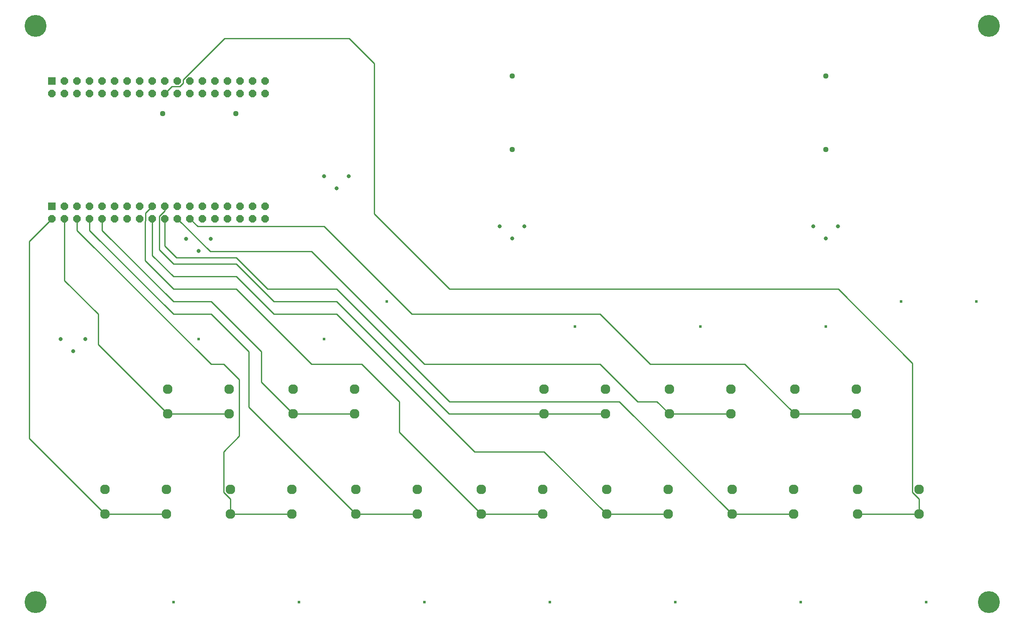
<source format=gbr>
G04 EAGLE Gerber RS-274X export*
G75*
%MOMM*%
%FSLAX34Y34*%
%LPD*%
%INBottom Copper*%
%IPPOS*%
%AMOC8*
5,1,8,0,0,1.08239X$1,22.5*%
G01*
%ADD10R,1.524000X1.524000*%
%ADD11P,1.649562X8X22.500000*%
%ADD12C,4.445000*%
%ADD13C,1.960000*%
%ADD14C,0.804800*%
%ADD15C,1.120000*%
%ADD16C,0.609600*%
%ADD17C,0.254000*%


D10*
X84500Y1107700D03*
D11*
X84500Y1082300D03*
X109900Y1107700D03*
X109900Y1082300D03*
X135300Y1107700D03*
X135300Y1082300D03*
X160700Y1107700D03*
X160700Y1082300D03*
X186100Y1107700D03*
X186100Y1082300D03*
X211500Y1107700D03*
X211500Y1082300D03*
X236900Y1107700D03*
X236900Y1082300D03*
X262300Y1107700D03*
X262300Y1082300D03*
X287700Y1107700D03*
X287700Y1082300D03*
X313100Y1107700D03*
X313100Y1082300D03*
X338500Y1107700D03*
X338500Y1082300D03*
X363900Y1107700D03*
X363900Y1082300D03*
X389300Y1107700D03*
X389300Y1082300D03*
X414700Y1107700D03*
X414700Y1082300D03*
X440100Y1107700D03*
X440100Y1082300D03*
X465500Y1107700D03*
X465500Y1082300D03*
X490900Y1107700D03*
X490900Y1082300D03*
X516300Y1107700D03*
X516300Y1082300D03*
D10*
X84500Y853700D03*
D11*
X84500Y828300D03*
X109900Y853700D03*
X109900Y828300D03*
X135300Y853700D03*
X135300Y828300D03*
X160700Y853700D03*
X160700Y828300D03*
X186100Y853700D03*
X186100Y828300D03*
X211500Y853700D03*
X211500Y828300D03*
X236900Y853700D03*
X236900Y828300D03*
X262300Y853700D03*
X262300Y828300D03*
X287700Y853700D03*
X287700Y828300D03*
X313100Y853700D03*
X313100Y828300D03*
X338500Y853700D03*
X338500Y828300D03*
X363900Y853700D03*
X363900Y828300D03*
X389300Y853700D03*
X389300Y828300D03*
X414700Y853700D03*
X414700Y828300D03*
X440100Y853700D03*
X440100Y828300D03*
X465500Y853700D03*
X465500Y828300D03*
X490900Y853700D03*
X490900Y828300D03*
X516300Y853700D03*
X516300Y828300D03*
D12*
X50800Y50800D03*
X50800Y1219200D03*
X1981200Y50800D03*
X1981200Y1219200D03*
D13*
X316500Y279000D03*
X316500Y229000D03*
X191500Y229000D03*
X191500Y279000D03*
X443500Y482200D03*
X443500Y432200D03*
X318500Y432200D03*
X318500Y482200D03*
X570500Y279000D03*
X570500Y229000D03*
X445500Y229000D03*
X445500Y279000D03*
X697500Y482200D03*
X697500Y432200D03*
X572500Y432200D03*
X572500Y482200D03*
X824500Y279000D03*
X824500Y229000D03*
X699500Y229000D03*
X699500Y279000D03*
X1078500Y279000D03*
X1078500Y229000D03*
X953500Y229000D03*
X953500Y279000D03*
X1205500Y482200D03*
X1205500Y432200D03*
X1080500Y432200D03*
X1080500Y482200D03*
X1332500Y279000D03*
X1332500Y229000D03*
X1207500Y229000D03*
X1207500Y279000D03*
X1459500Y482200D03*
X1459500Y432200D03*
X1334500Y432200D03*
X1334500Y482200D03*
X1586500Y279000D03*
X1586500Y229000D03*
X1461500Y229000D03*
X1461500Y279000D03*
X1713500Y482200D03*
X1713500Y432200D03*
X1588500Y432200D03*
X1588500Y482200D03*
X1840500Y279000D03*
X1840500Y229000D03*
X1715500Y229000D03*
X1715500Y279000D03*
D14*
X991000Y812800D03*
X1041000Y812800D03*
X1016000Y787800D03*
X1626000Y812800D03*
X1676000Y812800D03*
X1651000Y787800D03*
X102000Y584200D03*
X152000Y584200D03*
X127000Y559200D03*
X635400Y914400D03*
X685400Y914400D03*
X660400Y889400D03*
X356000Y787400D03*
X406000Y787400D03*
X381000Y762400D03*
D15*
X456800Y1041400D03*
X308500Y1041400D03*
X1651000Y1117200D03*
X1651000Y968900D03*
X1016000Y1117200D03*
X1016000Y968900D03*
D16*
X1955800Y660400D03*
X762000Y660400D03*
X330200Y50800D03*
X584200Y50800D03*
X838200Y50800D03*
X1092200Y50800D03*
X1346200Y50800D03*
X1600200Y50800D03*
X1854200Y50800D03*
X1651000Y609600D03*
X1397000Y609600D03*
X1143000Y609600D03*
X635000Y584200D03*
X381000Y584200D03*
X1803400Y660400D03*
D17*
X443500Y432200D02*
X318500Y432200D01*
X177800Y572900D01*
X177800Y635000D01*
X109900Y702900D02*
X109900Y828300D01*
X109900Y702900D02*
X177800Y635000D01*
X191500Y229000D02*
X316500Y229000D01*
X191500Y229000D02*
X38100Y382400D01*
X38100Y781900D02*
X84500Y828300D01*
X38100Y781900D02*
X38100Y382400D01*
X572500Y432200D02*
X697500Y432200D01*
X572500Y432200D02*
X508000Y496700D01*
X508000Y558800D01*
X406400Y660400D01*
X330200Y660400D01*
X186100Y804500D01*
X186100Y828300D01*
X445500Y229000D02*
X570500Y229000D01*
X445500Y229000D02*
X445500Y259753D01*
X431890Y273363D01*
X431890Y355690D01*
X463550Y387350D01*
X463550Y501650D01*
X431800Y533400D02*
X406400Y533400D01*
X135300Y804500D01*
X135300Y828300D01*
X431800Y533400D02*
X463550Y501650D01*
X699500Y229000D02*
X824500Y229000D01*
X699500Y229000D02*
X482600Y445900D01*
X482600Y558800D02*
X406400Y635000D01*
X330200Y635000D01*
X160700Y804500D01*
X160700Y828300D01*
X482600Y558800D02*
X482600Y445900D01*
X1080500Y432200D02*
X1205500Y432200D01*
X1080500Y432200D02*
X888600Y432200D01*
X660400Y660400D02*
X533400Y660400D01*
X457200Y736600D01*
X330200Y736600D01*
X313100Y844465D02*
X313100Y853700D01*
X313100Y844465D02*
X301670Y833035D01*
X301670Y765130D02*
X330200Y736600D01*
X301670Y765130D02*
X301670Y833035D01*
X660400Y660400D02*
X888600Y432200D01*
X953500Y229000D02*
X1078500Y229000D01*
X953500Y229000D02*
X787400Y395100D01*
X787400Y457200D01*
X711200Y533400D01*
X457200Y685800D02*
X330200Y685800D01*
X273050Y742950D01*
X273050Y822886D02*
X273730Y823566D01*
X273730Y839730D02*
X287700Y853700D01*
X273730Y839730D02*
X273730Y823566D01*
X609600Y533400D02*
X711200Y533400D01*
X609600Y533400D02*
X457200Y685800D01*
X273050Y742950D02*
X273050Y822886D01*
X1334500Y432200D02*
X1459500Y432200D01*
X1334500Y432200D02*
X1309500Y457200D01*
X1270000Y457200D01*
X404800Y762000D02*
X338500Y828300D01*
X1193800Y533400D02*
X1270000Y457200D01*
X1193800Y533400D02*
X838200Y533400D01*
X609600Y762000D01*
X404800Y762000D01*
X1207500Y229000D02*
X1332500Y229000D01*
X1207500Y229000D02*
X1080900Y355600D01*
X457200Y711200D02*
X330200Y711200D01*
X287700Y753700D01*
X287700Y828300D01*
X939800Y355600D02*
X1080900Y355600D01*
X939800Y355600D02*
X660400Y635000D01*
X533400Y635000D01*
X457200Y711200D01*
X1588500Y432200D02*
X1713500Y432200D01*
X1588500Y432200D02*
X1487300Y533400D01*
X1295400Y533400D02*
X1193800Y635000D01*
X379400Y812800D02*
X363900Y828300D01*
X1295400Y533400D02*
X1487300Y533400D01*
X1193800Y635000D02*
X812800Y635000D01*
X635000Y812800D01*
X379400Y812800D01*
X1461500Y229000D02*
X1586500Y229000D01*
X1461500Y229000D02*
X1233300Y457200D01*
X889000Y457200D02*
X660400Y685800D01*
X520700Y685800D02*
X457200Y749300D01*
X336550Y749300D01*
X313100Y772750D01*
X313100Y828300D01*
X889000Y457200D02*
X1233300Y457200D01*
X660400Y685800D02*
X520700Y685800D01*
X1715500Y229000D02*
X1840500Y229000D01*
X1840500Y259753D01*
X1826890Y273363D01*
X1826890Y535310D02*
X1676400Y685800D01*
X1826890Y535310D02*
X1826890Y273363D01*
X1676400Y685800D02*
X889000Y685800D01*
X736600Y838200D01*
X736600Y1143000D01*
X685800Y1193800D01*
X349930Y1102966D02*
X343235Y1096270D01*
X327070Y1096270D02*
X313100Y1082300D01*
X327070Y1096270D02*
X343235Y1096270D01*
X349930Y1109895D02*
X433836Y1193800D01*
X349930Y1109895D02*
X349930Y1102966D01*
X433836Y1193800D02*
X685800Y1193800D01*
M02*

</source>
